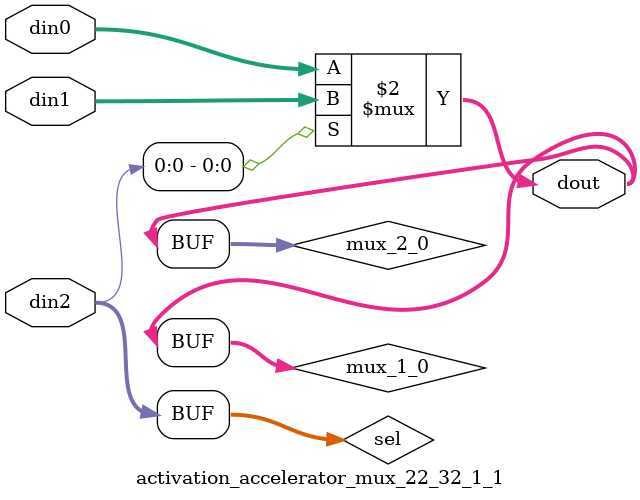
<source format=v>

`timescale 1ns/1ps

module activation_accelerator_mux_22_32_1_1 #(
parameter
    ID                = 0,
    NUM_STAGE         = 1,
    din0_WIDTH       = 32,
    din1_WIDTH       = 32,
    din2_WIDTH         = 32,
    dout_WIDTH            = 32
)(
    input  [31 : 0]     din0,
    input  [31 : 0]     din1,
    input  [1 : 0]    din2,
    output [31 : 0]   dout);

// puts internal signals
wire [1 : 0]     sel;
// level 1 signals
wire [31 : 0]         mux_1_0;
// level 2 signals
wire [31 : 0]         mux_2_0;

assign sel = din2;

// Generate level 1 logic
assign mux_1_0 = (sel[0] == 0)? din0 : din1;

// Generate level 2 logic
assign mux_2_0 = mux_1_0;

// output logic
assign dout = mux_2_0;

endmodule

</source>
